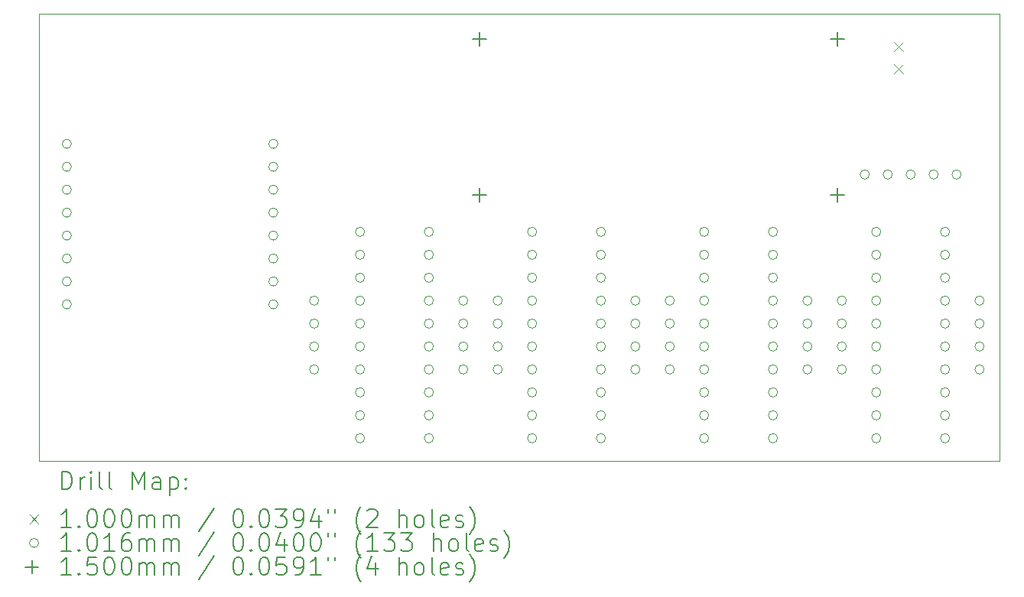
<source format=gbr>
%FSLAX45Y45*%
G04 Gerber Fmt 4.5, Leading zero omitted, Abs format (unit mm)*
G04 Created by KiCad (PCBNEW (6.0.4)) date 2022-03-19 22:36:43*
%MOMM*%
%LPD*%
G01*
G04 APERTURE LIST*
%TA.AperFunction,Profile*%
%ADD10C,0.050000*%
%TD*%
%ADD11C,0.200000*%
%ADD12C,0.100000*%
%ADD13C,0.101600*%
%ADD14C,0.150000*%
G04 APERTURE END LIST*
D10*
X9532610Y-12976360D02*
X20167610Y-12976360D01*
X20167610Y-12976360D02*
X20167610Y-8024360D01*
X20167610Y-8024360D02*
X9532610Y-8024360D01*
X9532610Y-8024360D02*
X9532610Y-12976360D01*
D11*
D12*
X19000000Y-8332000D02*
X19100000Y-8432000D01*
X19100000Y-8332000D02*
X19000000Y-8432000D01*
X19000000Y-8582000D02*
X19100000Y-8682000D01*
X19100000Y-8582000D02*
X19000000Y-8682000D01*
D13*
X9893300Y-9461500D02*
G75*
G03*
X9893300Y-9461500I-50800J0D01*
G01*
X9893300Y-9715500D02*
G75*
G03*
X9893300Y-9715500I-50800J0D01*
G01*
X9893300Y-9969500D02*
G75*
G03*
X9893300Y-9969500I-50800J0D01*
G01*
X9893300Y-10223500D02*
G75*
G03*
X9893300Y-10223500I-50800J0D01*
G01*
X9893300Y-10477500D02*
G75*
G03*
X9893300Y-10477500I-50800J0D01*
G01*
X9893300Y-10731500D02*
G75*
G03*
X9893300Y-10731500I-50800J0D01*
G01*
X9893300Y-10985500D02*
G75*
G03*
X9893300Y-10985500I-50800J0D01*
G01*
X9893300Y-11239500D02*
G75*
G03*
X9893300Y-11239500I-50800J0D01*
G01*
X12179300Y-9461500D02*
G75*
G03*
X12179300Y-9461500I-50800J0D01*
G01*
X12179300Y-9715500D02*
G75*
G03*
X12179300Y-9715500I-50800J0D01*
G01*
X12179300Y-9969500D02*
G75*
G03*
X12179300Y-9969500I-50800J0D01*
G01*
X12179300Y-10223500D02*
G75*
G03*
X12179300Y-10223500I-50800J0D01*
G01*
X12179300Y-10477500D02*
G75*
G03*
X12179300Y-10477500I-50800J0D01*
G01*
X12179300Y-10731500D02*
G75*
G03*
X12179300Y-10731500I-50800J0D01*
G01*
X12179300Y-10985500D02*
G75*
G03*
X12179300Y-10985500I-50800J0D01*
G01*
X12179300Y-11239500D02*
G75*
G03*
X12179300Y-11239500I-50800J0D01*
G01*
X12631410Y-11198360D02*
G75*
G03*
X12631410Y-11198360I-50800J0D01*
G01*
X12631410Y-11452360D02*
G75*
G03*
X12631410Y-11452360I-50800J0D01*
G01*
X12631410Y-11706360D02*
G75*
G03*
X12631410Y-11706360I-50800J0D01*
G01*
X12631410Y-11960360D02*
G75*
G03*
X12631410Y-11960360I-50800J0D01*
G01*
X13139410Y-10436360D02*
G75*
G03*
X13139410Y-10436360I-50800J0D01*
G01*
X13139410Y-10690360D02*
G75*
G03*
X13139410Y-10690360I-50800J0D01*
G01*
X13139410Y-10944360D02*
G75*
G03*
X13139410Y-10944360I-50800J0D01*
G01*
X13139410Y-11198360D02*
G75*
G03*
X13139410Y-11198360I-50800J0D01*
G01*
X13139410Y-11452360D02*
G75*
G03*
X13139410Y-11452360I-50800J0D01*
G01*
X13139410Y-11706360D02*
G75*
G03*
X13139410Y-11706360I-50800J0D01*
G01*
X13139410Y-11960360D02*
G75*
G03*
X13139410Y-11960360I-50800J0D01*
G01*
X13139410Y-12214360D02*
G75*
G03*
X13139410Y-12214360I-50800J0D01*
G01*
X13139410Y-12468360D02*
G75*
G03*
X13139410Y-12468360I-50800J0D01*
G01*
X13139410Y-12722360D02*
G75*
G03*
X13139410Y-12722360I-50800J0D01*
G01*
X13901410Y-10436360D02*
G75*
G03*
X13901410Y-10436360I-50800J0D01*
G01*
X13901410Y-10690360D02*
G75*
G03*
X13901410Y-10690360I-50800J0D01*
G01*
X13901410Y-10944360D02*
G75*
G03*
X13901410Y-10944360I-50800J0D01*
G01*
X13901410Y-11198360D02*
G75*
G03*
X13901410Y-11198360I-50800J0D01*
G01*
X13901410Y-11452360D02*
G75*
G03*
X13901410Y-11452360I-50800J0D01*
G01*
X13901410Y-11706360D02*
G75*
G03*
X13901410Y-11706360I-50800J0D01*
G01*
X13901410Y-11960360D02*
G75*
G03*
X13901410Y-11960360I-50800J0D01*
G01*
X13901410Y-12214360D02*
G75*
G03*
X13901410Y-12214360I-50800J0D01*
G01*
X13901410Y-12468360D02*
G75*
G03*
X13901410Y-12468360I-50800J0D01*
G01*
X13901410Y-12722360D02*
G75*
G03*
X13901410Y-12722360I-50800J0D01*
G01*
X14282410Y-11198360D02*
G75*
G03*
X14282410Y-11198360I-50800J0D01*
G01*
X14282410Y-11452360D02*
G75*
G03*
X14282410Y-11452360I-50800J0D01*
G01*
X14282410Y-11706360D02*
G75*
G03*
X14282410Y-11706360I-50800J0D01*
G01*
X14282410Y-11960360D02*
G75*
G03*
X14282410Y-11960360I-50800J0D01*
G01*
X14663410Y-11198360D02*
G75*
G03*
X14663410Y-11198360I-50800J0D01*
G01*
X14663410Y-11452360D02*
G75*
G03*
X14663410Y-11452360I-50800J0D01*
G01*
X14663410Y-11706360D02*
G75*
G03*
X14663410Y-11706360I-50800J0D01*
G01*
X14663410Y-11960360D02*
G75*
G03*
X14663410Y-11960360I-50800J0D01*
G01*
X15044410Y-10436360D02*
G75*
G03*
X15044410Y-10436360I-50800J0D01*
G01*
X15044410Y-10690360D02*
G75*
G03*
X15044410Y-10690360I-50800J0D01*
G01*
X15044410Y-10944360D02*
G75*
G03*
X15044410Y-10944360I-50800J0D01*
G01*
X15044410Y-11198360D02*
G75*
G03*
X15044410Y-11198360I-50800J0D01*
G01*
X15044410Y-11452360D02*
G75*
G03*
X15044410Y-11452360I-50800J0D01*
G01*
X15044410Y-11706360D02*
G75*
G03*
X15044410Y-11706360I-50800J0D01*
G01*
X15044410Y-11960360D02*
G75*
G03*
X15044410Y-11960360I-50800J0D01*
G01*
X15044410Y-12214360D02*
G75*
G03*
X15044410Y-12214360I-50800J0D01*
G01*
X15044410Y-12468360D02*
G75*
G03*
X15044410Y-12468360I-50800J0D01*
G01*
X15044410Y-12722360D02*
G75*
G03*
X15044410Y-12722360I-50800J0D01*
G01*
X15806410Y-10436360D02*
G75*
G03*
X15806410Y-10436360I-50800J0D01*
G01*
X15806410Y-10690360D02*
G75*
G03*
X15806410Y-10690360I-50800J0D01*
G01*
X15806410Y-10944360D02*
G75*
G03*
X15806410Y-10944360I-50800J0D01*
G01*
X15806410Y-11198360D02*
G75*
G03*
X15806410Y-11198360I-50800J0D01*
G01*
X15806410Y-11452360D02*
G75*
G03*
X15806410Y-11452360I-50800J0D01*
G01*
X15806410Y-11706360D02*
G75*
G03*
X15806410Y-11706360I-50800J0D01*
G01*
X15806410Y-11960360D02*
G75*
G03*
X15806410Y-11960360I-50800J0D01*
G01*
X15806410Y-12214360D02*
G75*
G03*
X15806410Y-12214360I-50800J0D01*
G01*
X15806410Y-12468360D02*
G75*
G03*
X15806410Y-12468360I-50800J0D01*
G01*
X15806410Y-12722360D02*
G75*
G03*
X15806410Y-12722360I-50800J0D01*
G01*
X16187410Y-11198360D02*
G75*
G03*
X16187410Y-11198360I-50800J0D01*
G01*
X16187410Y-11452360D02*
G75*
G03*
X16187410Y-11452360I-50800J0D01*
G01*
X16187410Y-11706360D02*
G75*
G03*
X16187410Y-11706360I-50800J0D01*
G01*
X16187410Y-11960360D02*
G75*
G03*
X16187410Y-11960360I-50800J0D01*
G01*
X16568410Y-11198360D02*
G75*
G03*
X16568410Y-11198360I-50800J0D01*
G01*
X16568410Y-11452360D02*
G75*
G03*
X16568410Y-11452360I-50800J0D01*
G01*
X16568410Y-11706360D02*
G75*
G03*
X16568410Y-11706360I-50800J0D01*
G01*
X16568410Y-11960360D02*
G75*
G03*
X16568410Y-11960360I-50800J0D01*
G01*
X16949410Y-10436360D02*
G75*
G03*
X16949410Y-10436360I-50800J0D01*
G01*
X16949410Y-10690360D02*
G75*
G03*
X16949410Y-10690360I-50800J0D01*
G01*
X16949410Y-10944360D02*
G75*
G03*
X16949410Y-10944360I-50800J0D01*
G01*
X16949410Y-11198360D02*
G75*
G03*
X16949410Y-11198360I-50800J0D01*
G01*
X16949410Y-11452360D02*
G75*
G03*
X16949410Y-11452360I-50800J0D01*
G01*
X16949410Y-11706360D02*
G75*
G03*
X16949410Y-11706360I-50800J0D01*
G01*
X16949410Y-11960360D02*
G75*
G03*
X16949410Y-11960360I-50800J0D01*
G01*
X16949410Y-12214360D02*
G75*
G03*
X16949410Y-12214360I-50800J0D01*
G01*
X16949410Y-12468360D02*
G75*
G03*
X16949410Y-12468360I-50800J0D01*
G01*
X16949410Y-12722360D02*
G75*
G03*
X16949410Y-12722360I-50800J0D01*
G01*
X17711410Y-10436360D02*
G75*
G03*
X17711410Y-10436360I-50800J0D01*
G01*
X17711410Y-10690360D02*
G75*
G03*
X17711410Y-10690360I-50800J0D01*
G01*
X17711410Y-10944360D02*
G75*
G03*
X17711410Y-10944360I-50800J0D01*
G01*
X17711410Y-11198360D02*
G75*
G03*
X17711410Y-11198360I-50800J0D01*
G01*
X17711410Y-11452360D02*
G75*
G03*
X17711410Y-11452360I-50800J0D01*
G01*
X17711410Y-11706360D02*
G75*
G03*
X17711410Y-11706360I-50800J0D01*
G01*
X17711410Y-11960360D02*
G75*
G03*
X17711410Y-11960360I-50800J0D01*
G01*
X17711410Y-12214360D02*
G75*
G03*
X17711410Y-12214360I-50800J0D01*
G01*
X17711410Y-12468360D02*
G75*
G03*
X17711410Y-12468360I-50800J0D01*
G01*
X17711410Y-12722360D02*
G75*
G03*
X17711410Y-12722360I-50800J0D01*
G01*
X18092410Y-11198360D02*
G75*
G03*
X18092410Y-11198360I-50800J0D01*
G01*
X18092410Y-11452360D02*
G75*
G03*
X18092410Y-11452360I-50800J0D01*
G01*
X18092410Y-11706360D02*
G75*
G03*
X18092410Y-11706360I-50800J0D01*
G01*
X18092410Y-11960360D02*
G75*
G03*
X18092410Y-11960360I-50800J0D01*
G01*
X18473410Y-11198360D02*
G75*
G03*
X18473410Y-11198360I-50800J0D01*
G01*
X18473410Y-11452360D02*
G75*
G03*
X18473410Y-11452360I-50800J0D01*
G01*
X18473410Y-11706360D02*
G75*
G03*
X18473410Y-11706360I-50800J0D01*
G01*
X18473410Y-11960360D02*
G75*
G03*
X18473410Y-11960360I-50800J0D01*
G01*
X18727410Y-9801360D02*
G75*
G03*
X18727410Y-9801360I-50800J0D01*
G01*
X18854410Y-10436360D02*
G75*
G03*
X18854410Y-10436360I-50800J0D01*
G01*
X18854410Y-10690360D02*
G75*
G03*
X18854410Y-10690360I-50800J0D01*
G01*
X18854410Y-10944360D02*
G75*
G03*
X18854410Y-10944360I-50800J0D01*
G01*
X18854410Y-11198360D02*
G75*
G03*
X18854410Y-11198360I-50800J0D01*
G01*
X18854410Y-11452360D02*
G75*
G03*
X18854410Y-11452360I-50800J0D01*
G01*
X18854410Y-11706360D02*
G75*
G03*
X18854410Y-11706360I-50800J0D01*
G01*
X18854410Y-11960360D02*
G75*
G03*
X18854410Y-11960360I-50800J0D01*
G01*
X18854410Y-12214360D02*
G75*
G03*
X18854410Y-12214360I-50800J0D01*
G01*
X18854410Y-12468360D02*
G75*
G03*
X18854410Y-12468360I-50800J0D01*
G01*
X18854410Y-12722360D02*
G75*
G03*
X18854410Y-12722360I-50800J0D01*
G01*
X18981410Y-9801360D02*
G75*
G03*
X18981410Y-9801360I-50800J0D01*
G01*
X19235410Y-9801360D02*
G75*
G03*
X19235410Y-9801360I-50800J0D01*
G01*
X19489410Y-9801360D02*
G75*
G03*
X19489410Y-9801360I-50800J0D01*
G01*
X19616410Y-10436360D02*
G75*
G03*
X19616410Y-10436360I-50800J0D01*
G01*
X19616410Y-10690360D02*
G75*
G03*
X19616410Y-10690360I-50800J0D01*
G01*
X19616410Y-10944360D02*
G75*
G03*
X19616410Y-10944360I-50800J0D01*
G01*
X19616410Y-11198360D02*
G75*
G03*
X19616410Y-11198360I-50800J0D01*
G01*
X19616410Y-11452360D02*
G75*
G03*
X19616410Y-11452360I-50800J0D01*
G01*
X19616410Y-11706360D02*
G75*
G03*
X19616410Y-11706360I-50800J0D01*
G01*
X19616410Y-11960360D02*
G75*
G03*
X19616410Y-11960360I-50800J0D01*
G01*
X19616410Y-12214360D02*
G75*
G03*
X19616410Y-12214360I-50800J0D01*
G01*
X19616410Y-12468360D02*
G75*
G03*
X19616410Y-12468360I-50800J0D01*
G01*
X19616410Y-12722360D02*
G75*
G03*
X19616410Y-12722360I-50800J0D01*
G01*
X19743410Y-9801360D02*
G75*
G03*
X19743410Y-9801360I-50800J0D01*
G01*
X19997410Y-11198360D02*
G75*
G03*
X19997410Y-11198360I-50800J0D01*
G01*
X19997410Y-11452360D02*
G75*
G03*
X19997410Y-11452360I-50800J0D01*
G01*
X19997410Y-11706360D02*
G75*
G03*
X19997410Y-11706360I-50800J0D01*
G01*
X19997410Y-11960360D02*
G75*
G03*
X19997410Y-11960360I-50800J0D01*
G01*
D14*
X14409410Y-8227760D02*
X14409410Y-8377760D01*
X14334410Y-8302760D02*
X14484410Y-8302760D01*
X14409410Y-9954960D02*
X14409410Y-10104960D01*
X14334410Y-10029960D02*
X14484410Y-10029960D01*
X18371810Y-8227760D02*
X18371810Y-8377760D01*
X18296810Y-8302760D02*
X18446810Y-8302760D01*
X18371810Y-9954960D02*
X18371810Y-10104960D01*
X18296810Y-10029960D02*
X18446810Y-10029960D01*
D11*
X9787729Y-13289336D02*
X9787729Y-13089336D01*
X9835348Y-13089336D01*
X9863920Y-13098860D01*
X9882967Y-13117908D01*
X9892491Y-13136955D01*
X9902015Y-13175050D01*
X9902015Y-13203622D01*
X9892491Y-13241717D01*
X9882967Y-13260765D01*
X9863920Y-13279812D01*
X9835348Y-13289336D01*
X9787729Y-13289336D01*
X9987729Y-13289336D02*
X9987729Y-13156003D01*
X9987729Y-13194098D02*
X9997253Y-13175050D01*
X10006777Y-13165527D01*
X10025824Y-13156003D01*
X10044872Y-13156003D01*
X10111539Y-13289336D02*
X10111539Y-13156003D01*
X10111539Y-13089336D02*
X10102015Y-13098860D01*
X10111539Y-13108384D01*
X10121062Y-13098860D01*
X10111539Y-13089336D01*
X10111539Y-13108384D01*
X10235348Y-13289336D02*
X10216300Y-13279812D01*
X10206777Y-13260765D01*
X10206777Y-13089336D01*
X10340110Y-13289336D02*
X10321062Y-13279812D01*
X10311539Y-13260765D01*
X10311539Y-13089336D01*
X10568681Y-13289336D02*
X10568681Y-13089336D01*
X10635348Y-13232193D01*
X10702015Y-13089336D01*
X10702015Y-13289336D01*
X10882967Y-13289336D02*
X10882967Y-13184574D01*
X10873443Y-13165527D01*
X10854396Y-13156003D01*
X10816300Y-13156003D01*
X10797253Y-13165527D01*
X10882967Y-13279812D02*
X10863920Y-13289336D01*
X10816300Y-13289336D01*
X10797253Y-13279812D01*
X10787729Y-13260765D01*
X10787729Y-13241717D01*
X10797253Y-13222669D01*
X10816300Y-13213146D01*
X10863920Y-13213146D01*
X10882967Y-13203622D01*
X10978205Y-13156003D02*
X10978205Y-13356003D01*
X10978205Y-13165527D02*
X10997253Y-13156003D01*
X11035348Y-13156003D01*
X11054396Y-13165527D01*
X11063920Y-13175050D01*
X11073443Y-13194098D01*
X11073443Y-13251241D01*
X11063920Y-13270288D01*
X11054396Y-13279812D01*
X11035348Y-13289336D01*
X10997253Y-13289336D01*
X10978205Y-13279812D01*
X11159158Y-13270288D02*
X11168681Y-13279812D01*
X11159158Y-13289336D01*
X11149634Y-13279812D01*
X11159158Y-13270288D01*
X11159158Y-13289336D01*
X11159158Y-13165527D02*
X11168681Y-13175050D01*
X11159158Y-13184574D01*
X11149634Y-13175050D01*
X11159158Y-13165527D01*
X11159158Y-13184574D01*
D12*
X9430110Y-13568860D02*
X9530110Y-13668860D01*
X9530110Y-13568860D02*
X9430110Y-13668860D01*
D11*
X9892491Y-13709336D02*
X9778205Y-13709336D01*
X9835348Y-13709336D02*
X9835348Y-13509336D01*
X9816300Y-13537908D01*
X9797253Y-13556955D01*
X9778205Y-13566479D01*
X9978205Y-13690288D02*
X9987729Y-13699812D01*
X9978205Y-13709336D01*
X9968681Y-13699812D01*
X9978205Y-13690288D01*
X9978205Y-13709336D01*
X10111539Y-13509336D02*
X10130586Y-13509336D01*
X10149634Y-13518860D01*
X10159158Y-13528384D01*
X10168681Y-13547431D01*
X10178205Y-13585527D01*
X10178205Y-13633146D01*
X10168681Y-13671241D01*
X10159158Y-13690288D01*
X10149634Y-13699812D01*
X10130586Y-13709336D01*
X10111539Y-13709336D01*
X10092491Y-13699812D01*
X10082967Y-13690288D01*
X10073443Y-13671241D01*
X10063920Y-13633146D01*
X10063920Y-13585527D01*
X10073443Y-13547431D01*
X10082967Y-13528384D01*
X10092491Y-13518860D01*
X10111539Y-13509336D01*
X10302015Y-13509336D02*
X10321062Y-13509336D01*
X10340110Y-13518860D01*
X10349634Y-13528384D01*
X10359158Y-13547431D01*
X10368681Y-13585527D01*
X10368681Y-13633146D01*
X10359158Y-13671241D01*
X10349634Y-13690288D01*
X10340110Y-13699812D01*
X10321062Y-13709336D01*
X10302015Y-13709336D01*
X10282967Y-13699812D01*
X10273443Y-13690288D01*
X10263920Y-13671241D01*
X10254396Y-13633146D01*
X10254396Y-13585527D01*
X10263920Y-13547431D01*
X10273443Y-13528384D01*
X10282967Y-13518860D01*
X10302015Y-13509336D01*
X10492491Y-13509336D02*
X10511539Y-13509336D01*
X10530586Y-13518860D01*
X10540110Y-13528384D01*
X10549634Y-13547431D01*
X10559158Y-13585527D01*
X10559158Y-13633146D01*
X10549634Y-13671241D01*
X10540110Y-13690288D01*
X10530586Y-13699812D01*
X10511539Y-13709336D01*
X10492491Y-13709336D01*
X10473443Y-13699812D01*
X10463920Y-13690288D01*
X10454396Y-13671241D01*
X10444872Y-13633146D01*
X10444872Y-13585527D01*
X10454396Y-13547431D01*
X10463920Y-13528384D01*
X10473443Y-13518860D01*
X10492491Y-13509336D01*
X10644872Y-13709336D02*
X10644872Y-13576003D01*
X10644872Y-13595050D02*
X10654396Y-13585527D01*
X10673443Y-13576003D01*
X10702015Y-13576003D01*
X10721062Y-13585527D01*
X10730586Y-13604574D01*
X10730586Y-13709336D01*
X10730586Y-13604574D02*
X10740110Y-13585527D01*
X10759158Y-13576003D01*
X10787729Y-13576003D01*
X10806777Y-13585527D01*
X10816300Y-13604574D01*
X10816300Y-13709336D01*
X10911539Y-13709336D02*
X10911539Y-13576003D01*
X10911539Y-13595050D02*
X10921062Y-13585527D01*
X10940110Y-13576003D01*
X10968681Y-13576003D01*
X10987729Y-13585527D01*
X10997253Y-13604574D01*
X10997253Y-13709336D01*
X10997253Y-13604574D02*
X11006777Y-13585527D01*
X11025824Y-13576003D01*
X11054396Y-13576003D01*
X11073443Y-13585527D01*
X11082967Y-13604574D01*
X11082967Y-13709336D01*
X11473443Y-13499812D02*
X11302015Y-13756955D01*
X11730586Y-13509336D02*
X11749634Y-13509336D01*
X11768681Y-13518860D01*
X11778205Y-13528384D01*
X11787729Y-13547431D01*
X11797253Y-13585527D01*
X11797253Y-13633146D01*
X11787729Y-13671241D01*
X11778205Y-13690288D01*
X11768681Y-13699812D01*
X11749634Y-13709336D01*
X11730586Y-13709336D01*
X11711538Y-13699812D01*
X11702015Y-13690288D01*
X11692491Y-13671241D01*
X11682967Y-13633146D01*
X11682967Y-13585527D01*
X11692491Y-13547431D01*
X11702015Y-13528384D01*
X11711538Y-13518860D01*
X11730586Y-13509336D01*
X11882967Y-13690288D02*
X11892491Y-13699812D01*
X11882967Y-13709336D01*
X11873443Y-13699812D01*
X11882967Y-13690288D01*
X11882967Y-13709336D01*
X12016300Y-13509336D02*
X12035348Y-13509336D01*
X12054396Y-13518860D01*
X12063919Y-13528384D01*
X12073443Y-13547431D01*
X12082967Y-13585527D01*
X12082967Y-13633146D01*
X12073443Y-13671241D01*
X12063919Y-13690288D01*
X12054396Y-13699812D01*
X12035348Y-13709336D01*
X12016300Y-13709336D01*
X11997253Y-13699812D01*
X11987729Y-13690288D01*
X11978205Y-13671241D01*
X11968681Y-13633146D01*
X11968681Y-13585527D01*
X11978205Y-13547431D01*
X11987729Y-13528384D01*
X11997253Y-13518860D01*
X12016300Y-13509336D01*
X12149634Y-13509336D02*
X12273443Y-13509336D01*
X12206777Y-13585527D01*
X12235348Y-13585527D01*
X12254396Y-13595050D01*
X12263919Y-13604574D01*
X12273443Y-13623622D01*
X12273443Y-13671241D01*
X12263919Y-13690288D01*
X12254396Y-13699812D01*
X12235348Y-13709336D01*
X12178205Y-13709336D01*
X12159158Y-13699812D01*
X12149634Y-13690288D01*
X12368681Y-13709336D02*
X12406777Y-13709336D01*
X12425824Y-13699812D01*
X12435348Y-13690288D01*
X12454396Y-13661717D01*
X12463919Y-13623622D01*
X12463919Y-13547431D01*
X12454396Y-13528384D01*
X12444872Y-13518860D01*
X12425824Y-13509336D01*
X12387729Y-13509336D01*
X12368681Y-13518860D01*
X12359158Y-13528384D01*
X12349634Y-13547431D01*
X12349634Y-13595050D01*
X12359158Y-13614098D01*
X12368681Y-13623622D01*
X12387729Y-13633146D01*
X12425824Y-13633146D01*
X12444872Y-13623622D01*
X12454396Y-13614098D01*
X12463919Y-13595050D01*
X12635348Y-13576003D02*
X12635348Y-13709336D01*
X12587729Y-13499812D02*
X12540110Y-13642669D01*
X12663919Y-13642669D01*
X12730586Y-13509336D02*
X12730586Y-13547431D01*
X12806777Y-13509336D02*
X12806777Y-13547431D01*
X13102015Y-13785527D02*
X13092491Y-13776003D01*
X13073443Y-13747431D01*
X13063919Y-13728384D01*
X13054396Y-13699812D01*
X13044872Y-13652193D01*
X13044872Y-13614098D01*
X13054396Y-13566479D01*
X13063919Y-13537908D01*
X13073443Y-13518860D01*
X13092491Y-13490288D01*
X13102015Y-13480765D01*
X13168681Y-13528384D02*
X13178205Y-13518860D01*
X13197253Y-13509336D01*
X13244872Y-13509336D01*
X13263919Y-13518860D01*
X13273443Y-13528384D01*
X13282967Y-13547431D01*
X13282967Y-13566479D01*
X13273443Y-13595050D01*
X13159158Y-13709336D01*
X13282967Y-13709336D01*
X13521062Y-13709336D02*
X13521062Y-13509336D01*
X13606777Y-13709336D02*
X13606777Y-13604574D01*
X13597253Y-13585527D01*
X13578205Y-13576003D01*
X13549634Y-13576003D01*
X13530586Y-13585527D01*
X13521062Y-13595050D01*
X13730586Y-13709336D02*
X13711538Y-13699812D01*
X13702015Y-13690288D01*
X13692491Y-13671241D01*
X13692491Y-13614098D01*
X13702015Y-13595050D01*
X13711538Y-13585527D01*
X13730586Y-13576003D01*
X13759158Y-13576003D01*
X13778205Y-13585527D01*
X13787729Y-13595050D01*
X13797253Y-13614098D01*
X13797253Y-13671241D01*
X13787729Y-13690288D01*
X13778205Y-13699812D01*
X13759158Y-13709336D01*
X13730586Y-13709336D01*
X13911538Y-13709336D02*
X13892491Y-13699812D01*
X13882967Y-13680765D01*
X13882967Y-13509336D01*
X14063919Y-13699812D02*
X14044872Y-13709336D01*
X14006777Y-13709336D01*
X13987729Y-13699812D01*
X13978205Y-13680765D01*
X13978205Y-13604574D01*
X13987729Y-13585527D01*
X14006777Y-13576003D01*
X14044872Y-13576003D01*
X14063919Y-13585527D01*
X14073443Y-13604574D01*
X14073443Y-13623622D01*
X13978205Y-13642669D01*
X14149634Y-13699812D02*
X14168681Y-13709336D01*
X14206777Y-13709336D01*
X14225824Y-13699812D01*
X14235348Y-13680765D01*
X14235348Y-13671241D01*
X14225824Y-13652193D01*
X14206777Y-13642669D01*
X14178205Y-13642669D01*
X14159158Y-13633146D01*
X14149634Y-13614098D01*
X14149634Y-13604574D01*
X14159158Y-13585527D01*
X14178205Y-13576003D01*
X14206777Y-13576003D01*
X14225824Y-13585527D01*
X14302015Y-13785527D02*
X14311538Y-13776003D01*
X14330586Y-13747431D01*
X14340110Y-13728384D01*
X14349634Y-13699812D01*
X14359158Y-13652193D01*
X14359158Y-13614098D01*
X14349634Y-13566479D01*
X14340110Y-13537908D01*
X14330586Y-13518860D01*
X14311538Y-13490288D01*
X14302015Y-13480765D01*
D13*
X9530110Y-13882860D02*
G75*
G03*
X9530110Y-13882860I-50800J0D01*
G01*
D11*
X9892491Y-13973336D02*
X9778205Y-13973336D01*
X9835348Y-13973336D02*
X9835348Y-13773336D01*
X9816300Y-13801908D01*
X9797253Y-13820955D01*
X9778205Y-13830479D01*
X9978205Y-13954288D02*
X9987729Y-13963812D01*
X9978205Y-13973336D01*
X9968681Y-13963812D01*
X9978205Y-13954288D01*
X9978205Y-13973336D01*
X10111539Y-13773336D02*
X10130586Y-13773336D01*
X10149634Y-13782860D01*
X10159158Y-13792384D01*
X10168681Y-13811431D01*
X10178205Y-13849527D01*
X10178205Y-13897146D01*
X10168681Y-13935241D01*
X10159158Y-13954288D01*
X10149634Y-13963812D01*
X10130586Y-13973336D01*
X10111539Y-13973336D01*
X10092491Y-13963812D01*
X10082967Y-13954288D01*
X10073443Y-13935241D01*
X10063920Y-13897146D01*
X10063920Y-13849527D01*
X10073443Y-13811431D01*
X10082967Y-13792384D01*
X10092491Y-13782860D01*
X10111539Y-13773336D01*
X10368681Y-13973336D02*
X10254396Y-13973336D01*
X10311539Y-13973336D02*
X10311539Y-13773336D01*
X10292491Y-13801908D01*
X10273443Y-13820955D01*
X10254396Y-13830479D01*
X10540110Y-13773336D02*
X10502015Y-13773336D01*
X10482967Y-13782860D01*
X10473443Y-13792384D01*
X10454396Y-13820955D01*
X10444872Y-13859050D01*
X10444872Y-13935241D01*
X10454396Y-13954288D01*
X10463920Y-13963812D01*
X10482967Y-13973336D01*
X10521062Y-13973336D01*
X10540110Y-13963812D01*
X10549634Y-13954288D01*
X10559158Y-13935241D01*
X10559158Y-13887622D01*
X10549634Y-13868574D01*
X10540110Y-13859050D01*
X10521062Y-13849527D01*
X10482967Y-13849527D01*
X10463920Y-13859050D01*
X10454396Y-13868574D01*
X10444872Y-13887622D01*
X10644872Y-13973336D02*
X10644872Y-13840003D01*
X10644872Y-13859050D02*
X10654396Y-13849527D01*
X10673443Y-13840003D01*
X10702015Y-13840003D01*
X10721062Y-13849527D01*
X10730586Y-13868574D01*
X10730586Y-13973336D01*
X10730586Y-13868574D02*
X10740110Y-13849527D01*
X10759158Y-13840003D01*
X10787729Y-13840003D01*
X10806777Y-13849527D01*
X10816300Y-13868574D01*
X10816300Y-13973336D01*
X10911539Y-13973336D02*
X10911539Y-13840003D01*
X10911539Y-13859050D02*
X10921062Y-13849527D01*
X10940110Y-13840003D01*
X10968681Y-13840003D01*
X10987729Y-13849527D01*
X10997253Y-13868574D01*
X10997253Y-13973336D01*
X10997253Y-13868574D02*
X11006777Y-13849527D01*
X11025824Y-13840003D01*
X11054396Y-13840003D01*
X11073443Y-13849527D01*
X11082967Y-13868574D01*
X11082967Y-13973336D01*
X11473443Y-13763812D02*
X11302015Y-14020955D01*
X11730586Y-13773336D02*
X11749634Y-13773336D01*
X11768681Y-13782860D01*
X11778205Y-13792384D01*
X11787729Y-13811431D01*
X11797253Y-13849527D01*
X11797253Y-13897146D01*
X11787729Y-13935241D01*
X11778205Y-13954288D01*
X11768681Y-13963812D01*
X11749634Y-13973336D01*
X11730586Y-13973336D01*
X11711538Y-13963812D01*
X11702015Y-13954288D01*
X11692491Y-13935241D01*
X11682967Y-13897146D01*
X11682967Y-13849527D01*
X11692491Y-13811431D01*
X11702015Y-13792384D01*
X11711538Y-13782860D01*
X11730586Y-13773336D01*
X11882967Y-13954288D02*
X11892491Y-13963812D01*
X11882967Y-13973336D01*
X11873443Y-13963812D01*
X11882967Y-13954288D01*
X11882967Y-13973336D01*
X12016300Y-13773336D02*
X12035348Y-13773336D01*
X12054396Y-13782860D01*
X12063919Y-13792384D01*
X12073443Y-13811431D01*
X12082967Y-13849527D01*
X12082967Y-13897146D01*
X12073443Y-13935241D01*
X12063919Y-13954288D01*
X12054396Y-13963812D01*
X12035348Y-13973336D01*
X12016300Y-13973336D01*
X11997253Y-13963812D01*
X11987729Y-13954288D01*
X11978205Y-13935241D01*
X11968681Y-13897146D01*
X11968681Y-13849527D01*
X11978205Y-13811431D01*
X11987729Y-13792384D01*
X11997253Y-13782860D01*
X12016300Y-13773336D01*
X12254396Y-13840003D02*
X12254396Y-13973336D01*
X12206777Y-13763812D02*
X12159158Y-13906669D01*
X12282967Y-13906669D01*
X12397253Y-13773336D02*
X12416300Y-13773336D01*
X12435348Y-13782860D01*
X12444872Y-13792384D01*
X12454396Y-13811431D01*
X12463919Y-13849527D01*
X12463919Y-13897146D01*
X12454396Y-13935241D01*
X12444872Y-13954288D01*
X12435348Y-13963812D01*
X12416300Y-13973336D01*
X12397253Y-13973336D01*
X12378205Y-13963812D01*
X12368681Y-13954288D01*
X12359158Y-13935241D01*
X12349634Y-13897146D01*
X12349634Y-13849527D01*
X12359158Y-13811431D01*
X12368681Y-13792384D01*
X12378205Y-13782860D01*
X12397253Y-13773336D01*
X12587729Y-13773336D02*
X12606777Y-13773336D01*
X12625824Y-13782860D01*
X12635348Y-13792384D01*
X12644872Y-13811431D01*
X12654396Y-13849527D01*
X12654396Y-13897146D01*
X12644872Y-13935241D01*
X12635348Y-13954288D01*
X12625824Y-13963812D01*
X12606777Y-13973336D01*
X12587729Y-13973336D01*
X12568681Y-13963812D01*
X12559158Y-13954288D01*
X12549634Y-13935241D01*
X12540110Y-13897146D01*
X12540110Y-13849527D01*
X12549634Y-13811431D01*
X12559158Y-13792384D01*
X12568681Y-13782860D01*
X12587729Y-13773336D01*
X12730586Y-13773336D02*
X12730586Y-13811431D01*
X12806777Y-13773336D02*
X12806777Y-13811431D01*
X13102015Y-14049527D02*
X13092491Y-14040003D01*
X13073443Y-14011431D01*
X13063919Y-13992384D01*
X13054396Y-13963812D01*
X13044872Y-13916193D01*
X13044872Y-13878098D01*
X13054396Y-13830479D01*
X13063919Y-13801908D01*
X13073443Y-13782860D01*
X13092491Y-13754288D01*
X13102015Y-13744765D01*
X13282967Y-13973336D02*
X13168681Y-13973336D01*
X13225824Y-13973336D02*
X13225824Y-13773336D01*
X13206777Y-13801908D01*
X13187729Y-13820955D01*
X13168681Y-13830479D01*
X13349634Y-13773336D02*
X13473443Y-13773336D01*
X13406777Y-13849527D01*
X13435348Y-13849527D01*
X13454396Y-13859050D01*
X13463919Y-13868574D01*
X13473443Y-13887622D01*
X13473443Y-13935241D01*
X13463919Y-13954288D01*
X13454396Y-13963812D01*
X13435348Y-13973336D01*
X13378205Y-13973336D01*
X13359158Y-13963812D01*
X13349634Y-13954288D01*
X13540110Y-13773336D02*
X13663919Y-13773336D01*
X13597253Y-13849527D01*
X13625824Y-13849527D01*
X13644872Y-13859050D01*
X13654396Y-13868574D01*
X13663919Y-13887622D01*
X13663919Y-13935241D01*
X13654396Y-13954288D01*
X13644872Y-13963812D01*
X13625824Y-13973336D01*
X13568681Y-13973336D01*
X13549634Y-13963812D01*
X13540110Y-13954288D01*
X13902015Y-13973336D02*
X13902015Y-13773336D01*
X13987729Y-13973336D02*
X13987729Y-13868574D01*
X13978205Y-13849527D01*
X13959158Y-13840003D01*
X13930586Y-13840003D01*
X13911538Y-13849527D01*
X13902015Y-13859050D01*
X14111538Y-13973336D02*
X14092491Y-13963812D01*
X14082967Y-13954288D01*
X14073443Y-13935241D01*
X14073443Y-13878098D01*
X14082967Y-13859050D01*
X14092491Y-13849527D01*
X14111538Y-13840003D01*
X14140110Y-13840003D01*
X14159158Y-13849527D01*
X14168681Y-13859050D01*
X14178205Y-13878098D01*
X14178205Y-13935241D01*
X14168681Y-13954288D01*
X14159158Y-13963812D01*
X14140110Y-13973336D01*
X14111538Y-13973336D01*
X14292491Y-13973336D02*
X14273443Y-13963812D01*
X14263919Y-13944765D01*
X14263919Y-13773336D01*
X14444872Y-13963812D02*
X14425824Y-13973336D01*
X14387729Y-13973336D01*
X14368681Y-13963812D01*
X14359158Y-13944765D01*
X14359158Y-13868574D01*
X14368681Y-13849527D01*
X14387729Y-13840003D01*
X14425824Y-13840003D01*
X14444872Y-13849527D01*
X14454396Y-13868574D01*
X14454396Y-13887622D01*
X14359158Y-13906669D01*
X14530586Y-13963812D02*
X14549634Y-13973336D01*
X14587729Y-13973336D01*
X14606777Y-13963812D01*
X14616300Y-13944765D01*
X14616300Y-13935241D01*
X14606777Y-13916193D01*
X14587729Y-13906669D01*
X14559158Y-13906669D01*
X14540110Y-13897146D01*
X14530586Y-13878098D01*
X14530586Y-13868574D01*
X14540110Y-13849527D01*
X14559158Y-13840003D01*
X14587729Y-13840003D01*
X14606777Y-13849527D01*
X14682967Y-14049527D02*
X14692491Y-14040003D01*
X14711538Y-14011431D01*
X14721062Y-13992384D01*
X14730586Y-13963812D01*
X14740110Y-13916193D01*
X14740110Y-13878098D01*
X14730586Y-13830479D01*
X14721062Y-13801908D01*
X14711538Y-13782860D01*
X14692491Y-13754288D01*
X14682967Y-13744765D01*
D14*
X9455110Y-14071860D02*
X9455110Y-14221860D01*
X9380110Y-14146860D02*
X9530110Y-14146860D01*
D11*
X9892491Y-14237336D02*
X9778205Y-14237336D01*
X9835348Y-14237336D02*
X9835348Y-14037336D01*
X9816300Y-14065908D01*
X9797253Y-14084955D01*
X9778205Y-14094479D01*
X9978205Y-14218288D02*
X9987729Y-14227812D01*
X9978205Y-14237336D01*
X9968681Y-14227812D01*
X9978205Y-14218288D01*
X9978205Y-14237336D01*
X10168681Y-14037336D02*
X10073443Y-14037336D01*
X10063920Y-14132574D01*
X10073443Y-14123050D01*
X10092491Y-14113527D01*
X10140110Y-14113527D01*
X10159158Y-14123050D01*
X10168681Y-14132574D01*
X10178205Y-14151622D01*
X10178205Y-14199241D01*
X10168681Y-14218288D01*
X10159158Y-14227812D01*
X10140110Y-14237336D01*
X10092491Y-14237336D01*
X10073443Y-14227812D01*
X10063920Y-14218288D01*
X10302015Y-14037336D02*
X10321062Y-14037336D01*
X10340110Y-14046860D01*
X10349634Y-14056384D01*
X10359158Y-14075431D01*
X10368681Y-14113527D01*
X10368681Y-14161146D01*
X10359158Y-14199241D01*
X10349634Y-14218288D01*
X10340110Y-14227812D01*
X10321062Y-14237336D01*
X10302015Y-14237336D01*
X10282967Y-14227812D01*
X10273443Y-14218288D01*
X10263920Y-14199241D01*
X10254396Y-14161146D01*
X10254396Y-14113527D01*
X10263920Y-14075431D01*
X10273443Y-14056384D01*
X10282967Y-14046860D01*
X10302015Y-14037336D01*
X10492491Y-14037336D02*
X10511539Y-14037336D01*
X10530586Y-14046860D01*
X10540110Y-14056384D01*
X10549634Y-14075431D01*
X10559158Y-14113527D01*
X10559158Y-14161146D01*
X10549634Y-14199241D01*
X10540110Y-14218288D01*
X10530586Y-14227812D01*
X10511539Y-14237336D01*
X10492491Y-14237336D01*
X10473443Y-14227812D01*
X10463920Y-14218288D01*
X10454396Y-14199241D01*
X10444872Y-14161146D01*
X10444872Y-14113527D01*
X10454396Y-14075431D01*
X10463920Y-14056384D01*
X10473443Y-14046860D01*
X10492491Y-14037336D01*
X10644872Y-14237336D02*
X10644872Y-14104003D01*
X10644872Y-14123050D02*
X10654396Y-14113527D01*
X10673443Y-14104003D01*
X10702015Y-14104003D01*
X10721062Y-14113527D01*
X10730586Y-14132574D01*
X10730586Y-14237336D01*
X10730586Y-14132574D02*
X10740110Y-14113527D01*
X10759158Y-14104003D01*
X10787729Y-14104003D01*
X10806777Y-14113527D01*
X10816300Y-14132574D01*
X10816300Y-14237336D01*
X10911539Y-14237336D02*
X10911539Y-14104003D01*
X10911539Y-14123050D02*
X10921062Y-14113527D01*
X10940110Y-14104003D01*
X10968681Y-14104003D01*
X10987729Y-14113527D01*
X10997253Y-14132574D01*
X10997253Y-14237336D01*
X10997253Y-14132574D02*
X11006777Y-14113527D01*
X11025824Y-14104003D01*
X11054396Y-14104003D01*
X11073443Y-14113527D01*
X11082967Y-14132574D01*
X11082967Y-14237336D01*
X11473443Y-14027812D02*
X11302015Y-14284955D01*
X11730586Y-14037336D02*
X11749634Y-14037336D01*
X11768681Y-14046860D01*
X11778205Y-14056384D01*
X11787729Y-14075431D01*
X11797253Y-14113527D01*
X11797253Y-14161146D01*
X11787729Y-14199241D01*
X11778205Y-14218288D01*
X11768681Y-14227812D01*
X11749634Y-14237336D01*
X11730586Y-14237336D01*
X11711538Y-14227812D01*
X11702015Y-14218288D01*
X11692491Y-14199241D01*
X11682967Y-14161146D01*
X11682967Y-14113527D01*
X11692491Y-14075431D01*
X11702015Y-14056384D01*
X11711538Y-14046860D01*
X11730586Y-14037336D01*
X11882967Y-14218288D02*
X11892491Y-14227812D01*
X11882967Y-14237336D01*
X11873443Y-14227812D01*
X11882967Y-14218288D01*
X11882967Y-14237336D01*
X12016300Y-14037336D02*
X12035348Y-14037336D01*
X12054396Y-14046860D01*
X12063919Y-14056384D01*
X12073443Y-14075431D01*
X12082967Y-14113527D01*
X12082967Y-14161146D01*
X12073443Y-14199241D01*
X12063919Y-14218288D01*
X12054396Y-14227812D01*
X12035348Y-14237336D01*
X12016300Y-14237336D01*
X11997253Y-14227812D01*
X11987729Y-14218288D01*
X11978205Y-14199241D01*
X11968681Y-14161146D01*
X11968681Y-14113527D01*
X11978205Y-14075431D01*
X11987729Y-14056384D01*
X11997253Y-14046860D01*
X12016300Y-14037336D01*
X12263919Y-14037336D02*
X12168681Y-14037336D01*
X12159158Y-14132574D01*
X12168681Y-14123050D01*
X12187729Y-14113527D01*
X12235348Y-14113527D01*
X12254396Y-14123050D01*
X12263919Y-14132574D01*
X12273443Y-14151622D01*
X12273443Y-14199241D01*
X12263919Y-14218288D01*
X12254396Y-14227812D01*
X12235348Y-14237336D01*
X12187729Y-14237336D01*
X12168681Y-14227812D01*
X12159158Y-14218288D01*
X12368681Y-14237336D02*
X12406777Y-14237336D01*
X12425824Y-14227812D01*
X12435348Y-14218288D01*
X12454396Y-14189717D01*
X12463919Y-14151622D01*
X12463919Y-14075431D01*
X12454396Y-14056384D01*
X12444872Y-14046860D01*
X12425824Y-14037336D01*
X12387729Y-14037336D01*
X12368681Y-14046860D01*
X12359158Y-14056384D01*
X12349634Y-14075431D01*
X12349634Y-14123050D01*
X12359158Y-14142098D01*
X12368681Y-14151622D01*
X12387729Y-14161146D01*
X12425824Y-14161146D01*
X12444872Y-14151622D01*
X12454396Y-14142098D01*
X12463919Y-14123050D01*
X12654396Y-14237336D02*
X12540110Y-14237336D01*
X12597253Y-14237336D02*
X12597253Y-14037336D01*
X12578205Y-14065908D01*
X12559158Y-14084955D01*
X12540110Y-14094479D01*
X12730586Y-14037336D02*
X12730586Y-14075431D01*
X12806777Y-14037336D02*
X12806777Y-14075431D01*
X13102015Y-14313527D02*
X13092491Y-14304003D01*
X13073443Y-14275431D01*
X13063919Y-14256384D01*
X13054396Y-14227812D01*
X13044872Y-14180193D01*
X13044872Y-14142098D01*
X13054396Y-14094479D01*
X13063919Y-14065908D01*
X13073443Y-14046860D01*
X13092491Y-14018288D01*
X13102015Y-14008765D01*
X13263919Y-14104003D02*
X13263919Y-14237336D01*
X13216300Y-14027812D02*
X13168681Y-14170669D01*
X13292491Y-14170669D01*
X13521062Y-14237336D02*
X13521062Y-14037336D01*
X13606777Y-14237336D02*
X13606777Y-14132574D01*
X13597253Y-14113527D01*
X13578205Y-14104003D01*
X13549634Y-14104003D01*
X13530586Y-14113527D01*
X13521062Y-14123050D01*
X13730586Y-14237336D02*
X13711538Y-14227812D01*
X13702015Y-14218288D01*
X13692491Y-14199241D01*
X13692491Y-14142098D01*
X13702015Y-14123050D01*
X13711538Y-14113527D01*
X13730586Y-14104003D01*
X13759158Y-14104003D01*
X13778205Y-14113527D01*
X13787729Y-14123050D01*
X13797253Y-14142098D01*
X13797253Y-14199241D01*
X13787729Y-14218288D01*
X13778205Y-14227812D01*
X13759158Y-14237336D01*
X13730586Y-14237336D01*
X13911538Y-14237336D02*
X13892491Y-14227812D01*
X13882967Y-14208765D01*
X13882967Y-14037336D01*
X14063919Y-14227812D02*
X14044872Y-14237336D01*
X14006777Y-14237336D01*
X13987729Y-14227812D01*
X13978205Y-14208765D01*
X13978205Y-14132574D01*
X13987729Y-14113527D01*
X14006777Y-14104003D01*
X14044872Y-14104003D01*
X14063919Y-14113527D01*
X14073443Y-14132574D01*
X14073443Y-14151622D01*
X13978205Y-14170669D01*
X14149634Y-14227812D02*
X14168681Y-14237336D01*
X14206777Y-14237336D01*
X14225824Y-14227812D01*
X14235348Y-14208765D01*
X14235348Y-14199241D01*
X14225824Y-14180193D01*
X14206777Y-14170669D01*
X14178205Y-14170669D01*
X14159158Y-14161146D01*
X14149634Y-14142098D01*
X14149634Y-14132574D01*
X14159158Y-14113527D01*
X14178205Y-14104003D01*
X14206777Y-14104003D01*
X14225824Y-14113527D01*
X14302015Y-14313527D02*
X14311538Y-14304003D01*
X14330586Y-14275431D01*
X14340110Y-14256384D01*
X14349634Y-14227812D01*
X14359158Y-14180193D01*
X14359158Y-14142098D01*
X14349634Y-14094479D01*
X14340110Y-14065908D01*
X14330586Y-14046860D01*
X14311538Y-14018288D01*
X14302015Y-14008765D01*
M02*

</source>
